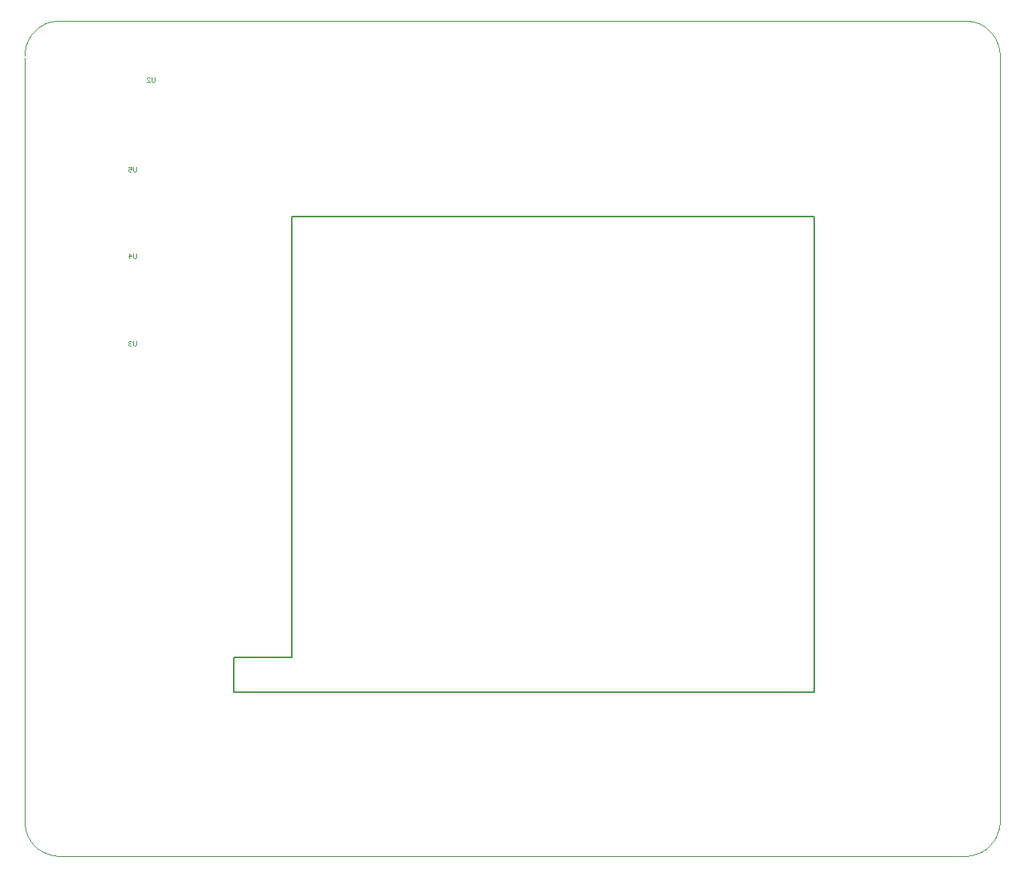
<source format=gm1>
G04*
G04 #@! TF.GenerationSoftware,Altium Limited,Altium Designer,19.1.7 (138)*
G04*
G04 Layer_Color=16711935*
%FSLAX25Y25*%
%MOIN*%
G70*
G01*
G75*
%ADD73C,0.00100*%
%ADD74C,0.00600*%
%ADD75C,0.00394*%
D73*
X520000Y445000D02*
X519968Y445981D01*
X519872Y446958D01*
X519712Y447926D01*
X519489Y448882D01*
X519204Y449822D01*
X518858Y450740D01*
X518453Y451634D01*
X517990Y452500D01*
X517472Y453334D01*
X516900Y454131D01*
X516278Y454890D01*
X515607Y455607D01*
X514890Y456278D01*
X514131Y456900D01*
X513334Y457472D01*
X512500Y457990D01*
X511634Y458453D01*
X510740Y458858D01*
X509822Y459204D01*
X508882Y459489D01*
X507926Y459712D01*
X506958Y459872D01*
X505981Y459968D01*
X505000Y460000D01*
X505000Y100000D02*
X505981Y100032D01*
X506958Y100128D01*
X507926Y100288D01*
X508882Y100511D01*
X509822Y100796D01*
X510740Y101142D01*
X511634Y101547D01*
X512500Y102010D01*
X513334Y102528D01*
X514131Y103100D01*
X514890Y103722D01*
X515607Y104393D01*
X516278Y105110D01*
X516900Y105869D01*
X517472Y106666D01*
X517990Y107500D01*
X518453Y108366D01*
X518858Y109260D01*
X519204Y110178D01*
X519489Y111118D01*
X519712Y112074D01*
X519872Y113042D01*
X519968Y114019D01*
X520000Y115000D01*
X100000Y115000D02*
X100032Y114019D01*
X100128Y113042D01*
X100288Y112074D01*
X100511Y111118D01*
X100796Y110178D01*
X101142Y109260D01*
X101547Y108366D01*
X102010Y107500D01*
X102528Y106666D01*
X103100Y105869D01*
X103722Y105110D01*
X104393Y104393D01*
X105110Y103722D01*
X105869Y103100D01*
X106667Y102528D01*
X107500Y102010D01*
X108366Y101547D01*
X109260Y101142D01*
X110178Y100796D01*
X111118Y100511D01*
X112074Y100288D01*
X113042Y100128D01*
X114019Y100032D01*
X115000Y100000D01*
X115000Y460000D02*
X114019Y459968D01*
X113042Y459872D01*
X112074Y459712D01*
X111118Y459489D01*
X110178Y459204D01*
X109260Y458858D01*
X108366Y458453D01*
X107500Y457990D01*
X106666Y457472D01*
X105869Y456900D01*
X105110Y456278D01*
X104393Y455607D01*
X103722Y454890D01*
X103100Y454131D01*
X102528Y453334D01*
X102010Y452500D01*
X101547Y451634D01*
X101142Y450740D01*
X100796Y449822D01*
X100511Y448882D01*
X100288Y447926D01*
X100128Y446958D01*
X100032Y445981D01*
X100000Y445000D01*
X115000Y460000D02*
X505000D01*
X115000Y100000D02*
X505000D01*
X100000Y114017D02*
Y444017D01*
X520000Y115000D02*
Y445000D01*
D74*
X190000Y170500D02*
Y185500D01*
X215000D01*
X190000D02*
X215000D01*
Y375500D01*
X190000Y170500D02*
X440000D01*
X215000Y375500D02*
X440000D01*
Y170500D02*
Y375500D01*
D75*
X156000Y435468D02*
Y433828D01*
X155672Y433500D01*
X155016D01*
X154688Y433828D01*
Y435468D01*
X152720Y433500D02*
X154032D01*
X152720Y434812D01*
Y435140D01*
X153048Y435468D01*
X153704D01*
X154032Y435140D01*
X148000Y396968D02*
Y395328D01*
X147672Y395000D01*
X147016D01*
X146688Y395328D01*
Y396968D01*
X144720D02*
X146032D01*
Y395984D01*
X145376Y396312D01*
X145048D01*
X144720Y395984D01*
Y395328D01*
X145048Y395000D01*
X145704D01*
X146032Y395328D01*
X148000Y359468D02*
Y357828D01*
X147672Y357500D01*
X147016D01*
X146688Y357828D01*
Y359468D01*
X145048Y357500D02*
Y359468D01*
X146032Y358484D01*
X144720D01*
X148000Y321968D02*
Y320328D01*
X147672Y320000D01*
X147016D01*
X146688Y320328D01*
Y321968D01*
X146032Y321640D02*
X145704Y321968D01*
X145048D01*
X144720Y321640D01*
Y321312D01*
X145048Y320984D01*
X145376D01*
X145048D01*
X144720Y320656D01*
Y320328D01*
X145048Y320000D01*
X145704D01*
X146032Y320328D01*
M02*

</source>
